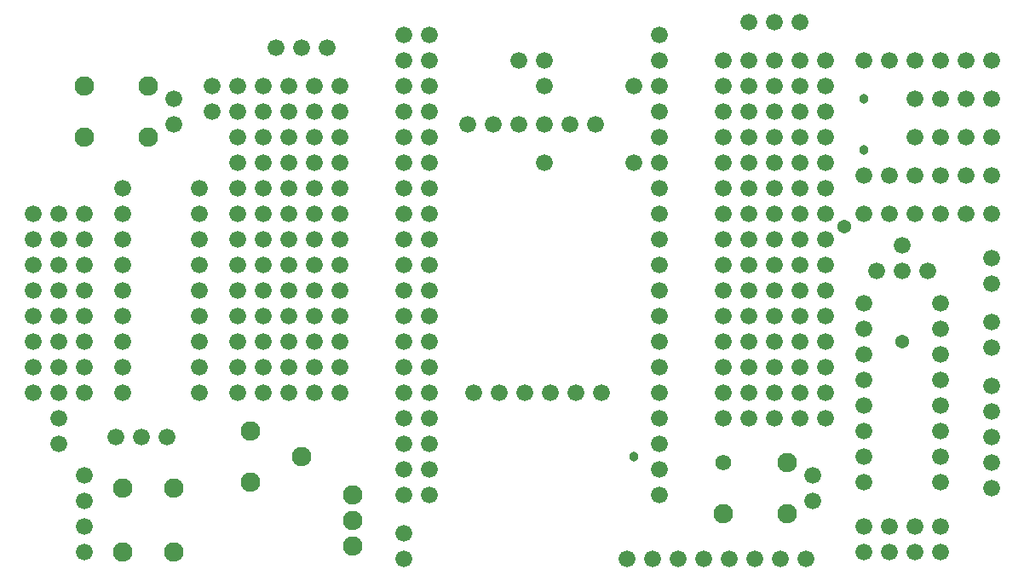
<source format=gbr>
%FSLAX35Y35*%
%MOIN*%
G04 EasyPC Gerber Version 18.0.8 Build 3632 *
%ADD27C,0.03800*%
%ADD93C,0.05400*%
%ADD25C,0.06200*%
%ADD26C,0.06600*%
%ADD90C,0.07600*%
X0Y0D02*
D02*
D25*
X285250Y52800D03*
D02*
D26*
X15250Y80300D03*
Y90300D03*
Y100300D03*
Y110300D03*
Y120300D03*
Y130300D03*
Y140300D03*
Y150300D03*
X25250Y60300D03*
Y70300D03*
Y80300D03*
Y90300D03*
Y100300D03*
Y110300D03*
Y120300D03*
Y130300D03*
Y140300D03*
Y150300D03*
X35250Y17800D03*
Y27800D03*
Y37800D03*
Y47800D03*
Y80300D03*
Y90300D03*
Y100300D03*
Y110300D03*
Y120300D03*
Y130300D03*
Y140300D03*
Y150300D03*
X47750Y62800D03*
X50250Y80300D03*
Y90300D03*
Y100300D03*
Y110300D03*
Y120300D03*
Y130300D03*
Y140300D03*
Y150300D03*
Y160300D03*
X57750Y62800D03*
X67750D03*
X70250Y185300D03*
Y195300D03*
X80250Y80300D03*
Y90300D03*
Y100300D03*
Y110300D03*
Y120300D03*
Y130300D03*
Y140300D03*
Y150300D03*
Y160300D03*
X85250Y190300D03*
Y200300D03*
X95250Y80300D03*
Y90300D03*
Y100300D03*
Y110300D03*
Y120300D03*
Y130300D03*
Y140300D03*
Y150300D03*
Y160300D03*
Y170300D03*
Y180300D03*
Y190300D03*
Y200300D03*
X105250Y80300D03*
Y90300D03*
Y100300D03*
Y110300D03*
Y120300D03*
Y130300D03*
Y140300D03*
Y150300D03*
Y160300D03*
Y170300D03*
Y180300D03*
Y190300D03*
Y200300D03*
X110250Y215300D03*
X115250Y80300D03*
Y90300D03*
Y100300D03*
Y110300D03*
Y120300D03*
Y130300D03*
Y140300D03*
Y150300D03*
Y160300D03*
Y170300D03*
Y180300D03*
Y190300D03*
Y200300D03*
X120250Y215300D03*
X125250Y80300D03*
Y90300D03*
Y100300D03*
Y110300D03*
Y120300D03*
Y130300D03*
Y140300D03*
Y150300D03*
Y160300D03*
Y170300D03*
Y180300D03*
Y190300D03*
Y200300D03*
X130250Y215300D03*
X135250Y80300D03*
Y90300D03*
Y100300D03*
Y110300D03*
Y120300D03*
Y130300D03*
Y140300D03*
Y150300D03*
Y160300D03*
Y170300D03*
Y180300D03*
Y190300D03*
Y200300D03*
X160250Y15300D03*
Y25300D03*
Y40300D03*
Y50300D03*
Y60300D03*
Y70300D03*
Y80300D03*
Y90300D03*
Y100300D03*
Y110300D03*
Y120300D03*
Y130300D03*
Y140300D03*
Y150300D03*
Y160300D03*
Y170300D03*
Y180300D03*
Y190300D03*
Y200300D03*
Y210300D03*
Y220300D03*
X170250Y40300D03*
Y50300D03*
Y60300D03*
Y70300D03*
Y80300D03*
Y90300D03*
Y100300D03*
Y110300D03*
Y120300D03*
Y130300D03*
Y140300D03*
Y150300D03*
Y160300D03*
Y170300D03*
Y180300D03*
Y190300D03*
Y200300D03*
Y210300D03*
Y220300D03*
X185250Y185300D03*
X187750Y80300D03*
X195250Y185300D03*
X197750Y80300D03*
X205250Y185300D03*
Y210300D03*
X207750Y80300D03*
X215250Y170300D03*
Y185300D03*
Y200300D03*
Y210300D03*
X217750Y80300D03*
X225250Y185300D03*
X227750Y80300D03*
X235250Y185300D03*
X237750Y80300D03*
X247750Y15300D03*
X250250Y170300D03*
Y200300D03*
X257750Y15300D03*
X260250Y40300D03*
Y50300D03*
Y60300D03*
Y70300D03*
Y80300D03*
Y90300D03*
Y100300D03*
Y110300D03*
Y120300D03*
Y130300D03*
Y140300D03*
Y150300D03*
Y160300D03*
Y170300D03*
Y180300D03*
Y190300D03*
Y200300D03*
Y210300D03*
Y220300D03*
X267750Y15300D03*
X277750D03*
X285250Y70300D03*
Y80300D03*
Y90300D03*
Y100300D03*
Y110300D03*
Y120300D03*
Y130300D03*
Y140300D03*
Y150300D03*
Y160300D03*
Y170300D03*
Y180300D03*
Y190300D03*
Y200300D03*
Y210300D03*
X287750Y15300D03*
X295250Y70300D03*
Y80300D03*
Y90300D03*
Y100300D03*
Y110300D03*
Y120300D03*
Y130300D03*
Y140300D03*
Y150300D03*
Y160300D03*
Y170300D03*
Y180300D03*
Y190300D03*
Y200300D03*
Y210300D03*
Y225300D03*
X297750Y15300D03*
X305250Y70300D03*
Y80300D03*
Y90300D03*
Y100300D03*
Y110300D03*
Y120300D03*
Y130300D03*
Y140300D03*
Y150300D03*
Y160300D03*
Y170300D03*
Y180300D03*
Y190300D03*
Y200300D03*
Y210300D03*
Y225300D03*
X307750Y15300D03*
X315250Y70300D03*
Y80300D03*
Y90300D03*
Y100300D03*
Y110300D03*
Y120300D03*
Y130300D03*
Y140300D03*
Y150300D03*
Y160300D03*
Y170300D03*
Y180300D03*
Y190300D03*
Y200300D03*
Y210300D03*
Y225300D03*
X317750Y15300D03*
X320250Y37800D03*
Y47800D03*
X325250Y70300D03*
Y80300D03*
Y90300D03*
Y100300D03*
Y110300D03*
Y120300D03*
Y130300D03*
Y140300D03*
Y150300D03*
Y160300D03*
Y170300D03*
Y180300D03*
Y190300D03*
Y200300D03*
Y210300D03*
X340250Y17800D03*
Y27800D03*
Y45300D03*
Y55300D03*
Y65300D03*
Y75300D03*
Y85300D03*
Y95300D03*
Y105300D03*
Y115300D03*
Y150300D03*
Y165300D03*
Y210300D03*
X345250Y127800D03*
X350250Y17800D03*
Y27800D03*
Y150300D03*
Y165300D03*
Y210300D03*
X355250Y127800D03*
Y137800D03*
X360250Y17800D03*
Y27800D03*
Y150300D03*
Y165300D03*
Y180300D03*
Y195300D03*
Y210300D03*
X365250Y127800D03*
X370250Y17800D03*
Y27800D03*
Y45300D03*
Y55300D03*
Y65300D03*
Y75300D03*
Y85300D03*
Y95300D03*
Y105300D03*
Y115300D03*
Y150300D03*
Y165300D03*
Y180300D03*
Y195300D03*
Y210300D03*
X380250Y150300D03*
Y165300D03*
Y180300D03*
Y195300D03*
Y210300D03*
X390250Y42800D03*
Y52800D03*
Y62800D03*
Y72800D03*
Y82800D03*
Y97800D03*
Y107800D03*
Y122800D03*
Y132800D03*
Y150300D03*
Y165300D03*
Y180300D03*
Y195300D03*
Y210300D03*
D02*
D27*
X250250Y55300D03*
X340250Y175300D03*
Y195300D03*
D02*
D90*
X35250Y180300D03*
Y200300D03*
X50250Y17800D03*
Y42800D03*
X60250Y180300D03*
Y200300D03*
X70250Y17800D03*
Y42800D03*
X100250Y45300D03*
Y65300D03*
X120250Y55300D03*
X140250Y20300D03*
Y30300D03*
Y40300D03*
X285250Y32800D03*
X310250D03*
Y52800D03*
D02*
D93*
X332750Y145300D03*
X355250Y100300D03*
X0Y0D02*
M02*

</source>
